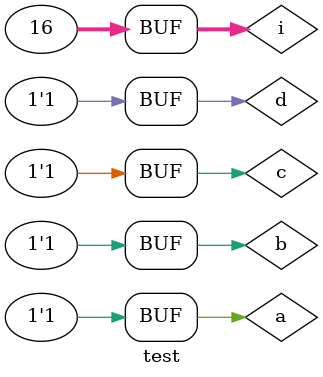
<source format=v>
module combo (input a, b, c, d, output reg o);
    always @(a or b or c or d) begin
        o <= ~((a & b) | (c ^ d));
    end
endmodule


module test;
    reg a, b, c, d;
    wire o;
    integer i;

    combo c1 (.a(a), .b(b), .c(c), .d(d), .o(o));

    initial begin
        a <= 0;
        b <= 0;
        c <= 0;
        d <= 0;

        $monitor("a: %b b: %b c: %b d: %b o: %b", a, b, c, d, o);
        $dumpfile("comb.vcd"); // Definindo o nome do arquivo para o gtkwave
        $dumpvars(0, test); // Fala quais variáveis eu quero enviar e qual o nome do modulo de teste

        for (i = 0;i < 16 ;i = i + 1) begin
            {a, b, c, d} = i;
            #10;
        end
    end

    

endmodule
</source>
